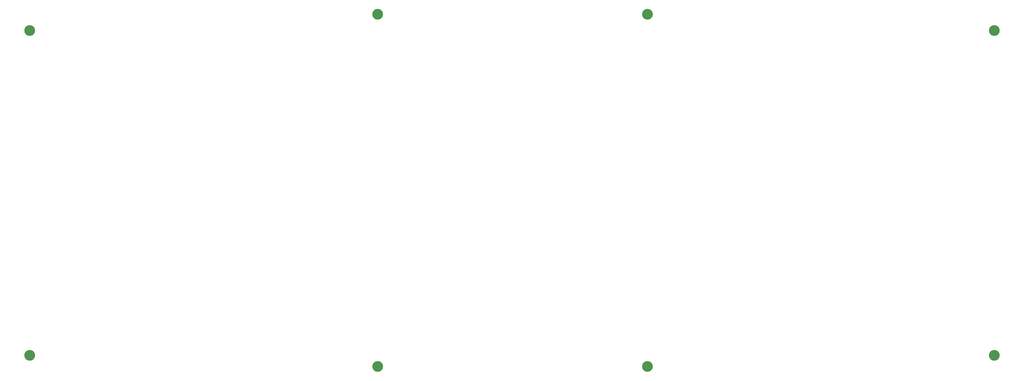
<source format=gbr>
%TF.GenerationSoftware,KiCad,Pcbnew,7.0.1*%
%TF.CreationDate,2023-10-19T22:59:00+03:00*%
%TF.ProjectId,keyboard_cherry_panel,6b657962-6f61-4726-945f-636865727279,rev?*%
%TF.SameCoordinates,Original*%
%TF.FileFunction,Soldermask,Bot*%
%TF.FilePolarity,Negative*%
%FSLAX46Y46*%
G04 Gerber Fmt 4.6, Leading zero omitted, Abs format (unit mm)*
G04 Created by KiCad (PCBNEW 7.0.1) date 2023-10-19 22:59:00*
%MOMM*%
%LPD*%
G01*
G04 APERTURE LIST*
%ADD10C,3.200000*%
G04 APERTURE END LIST*
D10*
%TO.C,H8*%
X289493300Y-109960200D03*
%TD*%
%TO.C,H7*%
X186628000Y-113259100D03*
%TD*%
%TO.C,H1*%
X3440800Y-13460200D03*
%TD*%
%TO.C,H4*%
X289493300Y-13460200D03*
%TD*%
%TO.C,H6*%
X106637600Y-113259100D03*
%TD*%
%TO.C,H5*%
X3440800Y-109960200D03*
%TD*%
%TO.C,H2*%
X106637600Y-8700200D03*
%TD*%
%TO.C,H3*%
X186628000Y-8700200D03*
%TD*%
M02*

</source>
